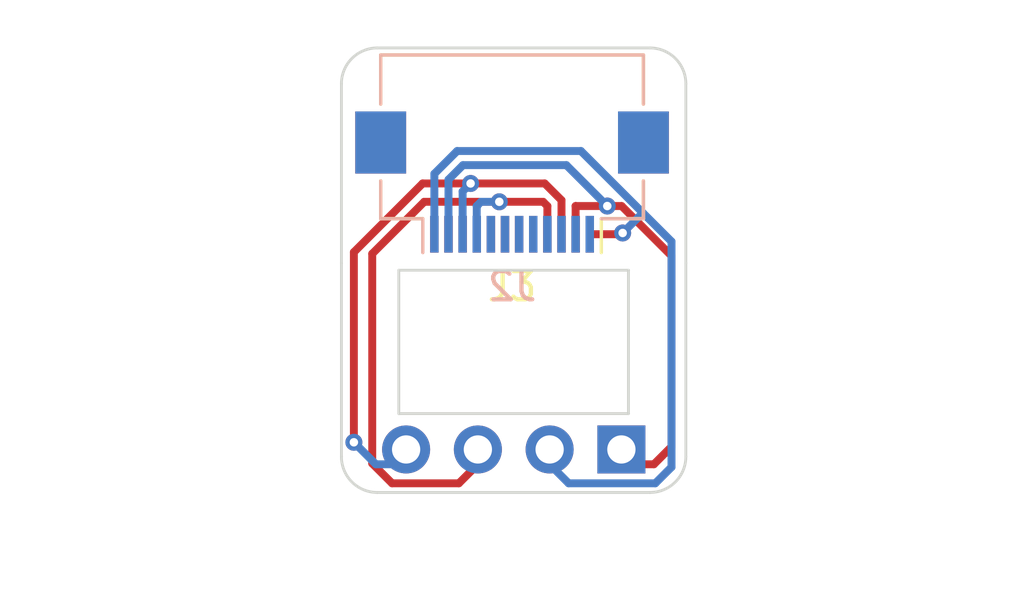
<source format=kicad_pcb>
(kicad_pcb (version 20211014) (generator pcbnew)
  (layers (0 "F.Cu" signal) (31 "B.Cu" signal) (34 "B.Paste" user) (35 "F.Paste" user) (36 "B.SilkS" user "B.Silkscreen") (37 "F.SilkS" user "F.Silkscreen") (38 "B.Mask" user) (39 "F.Mask" user) (44 "Edge.Cuts" user))
  (net 0 "")
  (net 1 "VCC")
  (net 2 "GND")
  (net 11 "SCL")
  (net 12 "SDA")
  (footprint "Connector_PinHeader_2.54mm:PinHeader_1x04_P2.54mm_Vertical" (layer "F.Cu") (at 130.5 109.474 -90)
    (fp_text reference "J1" hide)
    (fp_text value "4P connector")
    (pad "1" thru_hole rect (at 0 -3.87 270) (size 1.7 1.7) (drill 1) (layers *.Cu *.Mask) (net 2 "GND"))
    (pad "2" thru_hole oval (at 0 -1.33 270) (size 1.7 1.7) (drill 1) (layers *.Cu *.Mask) (net 1 "VCC"))
    (pad "3" thru_hole oval (at 0 1.21 270) (size 1.7 1.7) (drill 1) (layers *.Cu *.Mask) (net 11 "SCL"))
    (pad "4" thru_hole oval (at 0 3.75 270) (size 1.7 1.7) (drill 1) (layers *.Cu *.Mask) (net 12 "SDA"))
  )
  (footprint "Connector_FFC-FPC:Hirose_FH12-12S-0.5SH_1x12-1MP_P0.50mm_Horizontal" (layer "F.Cu") (at 130.5 100 180)
    (fp_text reference "J3" (at 0 -3.7 180) (layer "F.SilkS"))
    (fp_text value "12p 0.5mm FPC Connector for cirque trackpad")
    (fp_line (start 3.16 -1.3) (end 4.65 -1.3) (layer "F.SilkS") (width 0.12))
    (fp_line (start 4.65 -1.3) (end 4.65 0.04) (layer "F.SilkS") (width 0.12))
    (fp_line (start -4.65 2.76) (end -4.65 4.5) (layer "F.SilkS") (width 0.12))
    (fp_line (start 4.65 4.5) (end 4.65 2.76) (layer "F.SilkS") (width 0.12))
    (fp_line (start -4.65 -1.3) (end -4.65 0.04) (layer "F.SilkS") (width 0.12))
    (fp_line (start -3.16 -1.3) (end -3.16 -2.5) (layer "F.SilkS") (width 0.12))
    (fp_line (start -4.65 4.5) (end 4.65 4.5) (layer "F.SilkS") (width 0.12))
    (fp_line (start -3.16 -1.3) (end -4.65 -1.3) (layer "F.SilkS") (width 0.12))
    (pad "1" smd rect (at -2.75 -1.85 180) (size 0.3 1.3) (layers "F.Cu" "F.Paste" "F.Mask") (net 1 "VCC"))
    (pad "2" smd rect (at -2.25 -1.85 180) (size 0.3 1.3) (layers "F.Cu" "F.Paste" "F.Mask") (net 2 "GND"))
    (pad "3" smd rect (at -1.75 -1.85 180) (size 0.3 1.3) (layers "F.Cu" "F.Paste" "F.Mask") (net 12 "SDA"))
    (pad "4" smd rect (at -1.25 -1.85 180) (size 0.3 1.3) (layers "F.Cu" "F.Paste" "F.Mask") (net 11 "SCL"))
    (pad "5" smd rect (at -0.75 -1.85 180) (size 0.3 1.3) (layers "F.Cu" "F.Paste" "F.Mask"))
    (pad "6" smd rect (at -0.25 -1.85 180) (size 0.3 1.3) (layers "F.Cu" "F.Paste" "F.Mask"))
    (pad "7" smd rect (at 0.25 -1.85 180) (size 0.3 1.3) (layers "F.Cu" "F.Paste" "F.Mask"))
    (pad "8" smd rect (at 0.75 -1.85 180) (size 0.3 1.3) (layers "F.Cu" "F.Paste" "F.Mask"))
    (pad "9" smd rect (at 1.25 -1.85 180) (size 0.3 1.3) (layers "F.Cu" "F.Paste" "F.Mask"))
    (pad "10" smd rect (at 1.75 -1.85 180) (size 0.3 1.3) (layers "F.Cu" "F.Paste" "F.Mask"))
    (pad "11" smd rect (at 2.25 -1.85 180) (size 0.3 1.3) (layers "F.Cu" "F.Paste" "F.Mask"))
    (pad "12" smd rect (at 2.75 -1.85 180) (size 0.3 1.3) (layers "F.Cu" "F.Paste" "F.Mask"))
    (pad "MP" smd rect (at 4.65 1.4 180) (size 1.8 2.2) (layers "F.Cu" "F.Paste" "F.Mask"))
    (pad "MP" smd rect (at -4.65 1.4 180) (size 1.8 2.2) (layers "F.Cu" "F.Paste" "F.Mask"))
  )
  (footprint "Connector_FFC-FPC:Hirose_FH12-12S-0.5SH_1x12-1MP_P0.50mm_Horizontal" (layer "B.Cu") (at 130.5 100)
    (fp_text reference "J2" (at 0 3.7 180) (layer "B.SilkS") (effects (justify mirror)))
    (fp_text value "12p 0.5mm FPC Connector for cirque trackpad")
    (fp_line (start -3.16 1.3) (end -3.16 2.5) (layer "B.SilkS") (width 0.12))
    (fp_line (start 4.65 1.3) (end 4.65 -0.04) (layer "B.SilkS") (width 0.12))
    (fp_line (start -4.65 1.3) (end -4.65 -0.04) (layer "B.SilkS") (width 0.12))
    (fp_line (start -4.65 -2.76) (end -4.65 -4.5) (layer "B.SilkS") (width 0.12))
    (fp_line (start 4.65 -4.5) (end 4.65 -2.76) (layer "B.SilkS") (width 0.12))
    (fp_line (start 3.16 1.3) (end 4.65 1.3) (layer "B.SilkS") (width 0.12))
    (fp_line (start -4.65 -4.5) (end 4.65 -4.5) (layer "B.SilkS") (width 0.12))
    (fp_line (start -3.16 1.3) (end -4.65 1.3) (layer "B.SilkS") (width 0.12))
    (pad "1" smd rect (at -2.75 1.85) (size 0.3 1.3) (layers "B.Cu" "B.Paste" "B.Mask") (net 1 "VCC"))
    (pad "2" smd rect (at -2.25 1.85) (size 0.3 1.3) (layers "B.Cu" "B.Paste" "B.Mask") (net 2 "GND"))
    (pad "3" smd rect (at -1.75 1.85) (size 0.3 1.3) (layers "B.Cu" "B.Paste" "B.Mask") (net 12 "SDA"))
    (pad "4" smd rect (at -1.25 1.85) (size 0.3 1.3) (layers "B.Cu" "B.Paste" "B.Mask") (net 11 "SCL"))
    (pad "5" smd rect (at -0.75 1.85) (size 0.3 1.3) (layers "B.Cu" "B.Paste" "B.Mask"))
    (pad "6" smd rect (at -0.25 1.85) (size 0.3 1.3) (layers "B.Cu" "B.Paste" "B.Mask"))
    (pad "7" smd rect (at 0.25 1.85) (size 0.3 1.3) (layers "B.Cu" "B.Paste" "B.Mask"))
    (pad "8" smd rect (at 0.75 1.85) (size 0.3 1.3) (layers "B.Cu" "B.Paste" "B.Mask"))
    (pad "9" smd rect (at 1.25 1.85) (size 0.3 1.3) (layers "B.Cu" "B.Paste" "B.Mask"))
    (pad "10" smd rect (at 1.75 1.85) (size 0.3 1.3) (layers "B.Cu" "B.Paste" "B.Mask"))
    (pad "11" smd rect (at 2.25 1.85) (size 0.3 1.3) (layers "B.Cu" "B.Paste" "B.Mask"))
    (pad "12" smd rect (at 2.75 1.85) (size 0.3 1.3) (layers "B.Cu" "B.Paste" "B.Mask"))
    (pad "MP" smd rect (at -4.65 -1.4) (size 1.8 2.2) (layers "B.Cu" "B.Paste" "B.Mask"))
    (pad "MP" smd rect (at 4.65 -1.4) (size 1.8 2.2) (layers "B.Cu" "B.Paste" "B.Mask"))
  )
  (gr_line (start 135.382 110.998) (end 125.73 110.998) (layer "Edge.Cuts") (width 0.1))
  (gr_line (start 124.46 96.52) (end 124.46 102.87) (layer "Edge.Cuts") (width 0.1))
  (gr_line (start 134.62 108.204) (end 134.62 103.124) (layer "Edge.Cuts") (width 0.1))
  (gr_line (start 136.652 96.52) (end 136.652 102.87) (layer "Edge.Cuts") (width 0.1))
  (gr_line (start 134.62 103.124) (end 126.492 103.124) (layer "Edge.Cuts") (width 0.1))
  (gr_arc (start 124.46 96.52) (mid 124.831974 95.621974) (end 125.73 95.25) (layer "Edge.Cuts") (width 0.1))
  (gr_line (start 136.652 102.87) (end 136.652 109.728) (layer "Edge.Cuts") (width 0.1))
  (gr_line (start 126.492 103.124) (end 126.492 108.204) (layer "Edge.Cuts") (width 0.1))
  (gr_line (start 124.46 109.728) (end 124.46 102.87) (layer "Edge.Cuts") (width 0.1))
  (gr_arc (start 136.652 109.728) (mid 136.280026 110.626026) (end 135.382 110.998) (layer "Edge.Cuts") (width 0.1))
  (gr_arc (start 125.73 110.998) (mid 124.831974 110.626026) (end 124.46 109.728) (layer "Edge.Cuts") (width 0.1))
  (gr_arc (start 135.382 95.25) (mid 136.280026 95.621974) (end 136.652 96.52) (layer "Edge.Cuts") (width 0.1))
  (gr_line (start 126.492 108.204) (end 134.62 108.204) (layer "Edge.Cuts") (width 0.1))
  (gr_line (start 125.73 95.25) (end 135.382 95.25) (layer "Edge.Cuts") (width 0.1))
  (segment (start 133.25 101.85) (end 134.37 101.85) (width 0.28) (layer "F.Cu") (net 1))
  (segment (start 134.37 101.85) (end 134.414734 101.805266) (width 0.28) (layer "F.Cu") (net 1))
  (via (at 134.414734 101.805266) (size 0.6) (drill 0.3) (layers "F.Cu" "B.Cu") (net 1))
  (segment (start 134.414734 101.805266) (end 135.128 101.092) (width 0.28) (layer "B.Cu") (net 1))
  (segment (start 136.144 110.099022) (end 135.569511 110.673511) (width 0.28) (layer "B.Cu") (net 1))
  (segment (start 127.75 101.85) (end 127.75 99.708023) (width 0.28) (layer "B.Cu") (net 1))
  (segment (start 136.144 102.108) (end 136.144 110.099022) (width 0.28) (layer "B.Cu") (net 1))
  (segment (start 132.503511 110.673511) (end 131.83 110) (width 0.28) (layer "B.Cu") (net 1))
  (segment (start 127.75 99.708023) (end 128.556055 98.901968) (width 0.28) (layer "B.Cu") (net 1))
  (segment (start 135.128 101.092) (end 136.144 102.108) (width 0.28) (layer "B.Cu") (net 1))
  (segment (start 132.937968 98.901968) (end 135.128 101.092) (width 0.28) (layer "B.Cu") (net 1))
  (segment (start 135.569511 110.673511) (end 132.503511 110.673511) (width 0.28) (layer "B.Cu") (net 1))
  (segment (start 128.556055 98.901968) (end 132.937968 98.901968) (width 0.28) (layer "B.Cu") (net 1))
  (segment (start 136.144 109.376) (end 136.144 102.616) (width 0.28) (layer "F.Cu") (net 2))
  (segment (start 132.75 100.850978) (end 132.75 101.85) (width 0.28) (layer "F.Cu") (net 2))
  (segment (start 135.52 110) (end 136.144 109.376) (width 0.28) (layer "F.Cu") (net 2))
  (segment (start 134.37 110) (end 135.52 110) (width 0.28) (layer "F.Cu") (net 2))
  (segment (start 134.378489 100.850489) (end 133.870489 100.850489) (width 0.28) (layer "F.Cu") (net 2))
  (segment (start 132.750489 100.850489) (end 132.75 100.850978) (width 0.28) (layer "F.Cu") (net 2))
  (segment (start 133.870489 100.850489) (end 132.750489 100.850489) (width 0.28) (layer "F.Cu") (net 2))
  (segment (start 136.144 102.616) (end 134.378489 100.850489) (width 0.28) (layer "F.Cu") (net 2))
  (via (at 133.870489 100.850489) (size 0.6) (drill 0.3) (layers "F.Cu" "B.Cu") (net 2))
  (segment (start 128.762963 99.401487) (end 132.421487 99.401487) (width 0.28) (layer "B.Cu") (net 2))
  (segment (start 128.25 101.85) (end 128.25 99.91445) (width 0.28) (layer "B.Cu") (net 2))
  (segment (start 128.25 99.91445) (end 128.762963 99.401487) (width 0.28) (layer "B.Cu") (net 2))
  (segment (start 132.421487 99.401487) (end 133.870489 100.850489) (width 0.28) (layer "B.Cu") (net 2))
  (segment (start 129.29 110) (end 128.616489 110.673511) (width 0.28) (layer "F.Cu") (net 11))
  (segment (start 131.59952 100.700498) (end 131.75 100.850978) (width 0.28) (layer "F.Cu") (net 11))
  (segment (start 130.048 100.700498) (end 131.59952 100.700498) (width 0.28) (layer "F.Cu") (net 11))
  (segment (start 125.550489 102.541511) (end 127.391502 100.700498) (width 0.28) (layer "F.Cu") (net 11))
  (segment (start 125.550489 109.970855) (end 125.550489 102.541511) (width 0.28) (layer "F.Cu") (net 11))
  (segment (start 126.253145 110.673511) (end 125.550489 109.970855) (width 0.28) (layer "F.Cu") (net 11))
  (segment (start 131.75 100.850978) (end 131.75 101.85) (width 0.28) (layer "F.Cu") (net 11))
  (segment (start 127.391502 100.700498) (end 130.048 100.700498) (width 0.28) (layer "F.Cu") (net 11))
  (segment (start 128.616489 110.673511) (end 126.253145 110.673511) (width 0.28) (layer "F.Cu") (net 11))
  (via (at 130.048 100.700498) (size 0.6) (drill 0.3) (layers "F.Cu" "B.Cu") (net 11))
  (segment (start 130.048 100.700498) (end 129.40048 100.700498) (width 0.28) (layer "B.Cu") (net 11))
  (segment (start 129.250489 100.850489) (end 129.273511 100.850489) (width 0.28) (layer "B.Cu") (net 11))
  (segment (start 129.25 100.850978) (end 129.250489 100.850489) (width 0.28) (layer "B.Cu") (net 11))
  (segment (start 129.25 101.85) (end 129.25 100.850978) (width 0.28) (layer "B.Cu") (net 11))
  (segment (start 129.40048 100.700498) (end 129.25 100.850978) (width 0.28) (layer "B.Cu") (net 11))
  (segment (start 127.334574 100.050998) (end 129.032 100.050998) (width 0.28) (layer "F.Cu") (net 12))
  (segment (start 132.25 101.85) (end 132.25 100.644551) (width 0.28) (layer "F.Cu") (net 12))
  (segment (start 124.900989 109.22) (end 124.900989 102.484583) (width 0.28) (layer "F.Cu") (net 12))
  (segment (start 124.900989 102.484583) (end 127.334574 100.050998) (width 0.28) (layer "F.Cu") (net 12))
  (segment (start 129.032 100.050998) (end 131.656448 100.050998) (width 0.28) (layer "F.Cu") (net 12))
  (segment (start 131.656448 100.050998) (end 132.25 100.644551) (width 0.28) (layer "F.Cu") (net 12))
  (via (at 124.900989 109.22) (size 0.6) (drill 0.3) (layers "F.Cu" "B.Cu") (net 12))
  (via (at 129.032 100.050998) (size 0.6) (drill 0.3) (layers "F.Cu" "B.Cu") (net 12))
  (segment (start 128.75 101.85) (end 128.75 100.332998) (width 0.28) (layer "B.Cu") (net 12))
  (segment (start 125.680989 110) (end 124.900989 109.22) (width 0.28) (layer "B.Cu") (net 12))
  (segment (start 126.75 110) (end 125.680989 110) (width 0.28) (layer "B.Cu") (net 12))
  (segment (start 128.75 100.332998) (end 129.032 100.050998) (width 0.28) (layer "B.Cu") (net 12))
)
</source>
